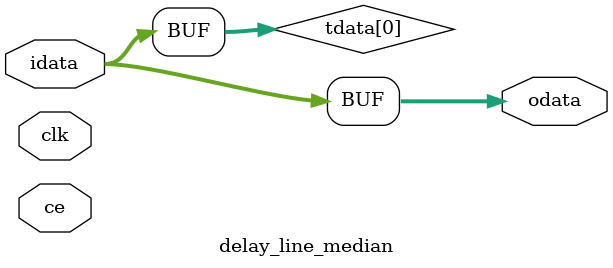
<source format=v>
`timescale 1ns / 1ps


module delay_line_median #
(
    parameter DELAY = 0,
    parameter N = 5
)
(
    input clk,
    input ce,
    input [N-1:0] idata,
    output [N-1:0] odata
);
wire [N-1:0] tdata [DELAY:0];
assign tdata[0] = idata;
genvar i;
generate 
begin
    for(i = 0; i < DELAY; i = i+1)
    begin
        register_median #
        (
            .N(N)
        )
        reg_i
        (
            .clk(clk),
            .ce(ce),
            .d(tdata[i]),
            .q(tdata[i+1])
        );
    end       
end
endgenerate
assign odata = DELAY ? tdata[DELAY] : idata;
endmodule

</source>
